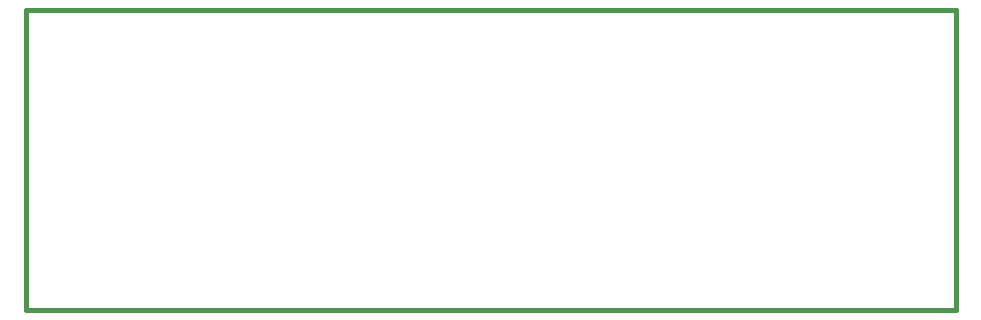
<source format=gbr>
G04 (created by PCBNEW-RS274X (2010-03-14)-final) date Tue 05 Apr 2011 06:41:08 PM CEST*
G01*
G70*
G90*
%MOIN*%
G04 Gerber Fmt 3.4, Leading zero omitted, Abs format*
%FSLAX34Y34*%
G04 APERTURE LIST*
%ADD10C,0.006000*%
%ADD11C,0.015000*%
G04 APERTURE END LIST*
G54D10*
G54D11*
X36500Y-28000D02*
X36500Y-18000D01*
X67500Y-28000D02*
X36500Y-28000D01*
X67500Y-18000D02*
X67500Y-28000D01*
X36500Y-18000D02*
X67500Y-18000D01*
M02*

</source>
